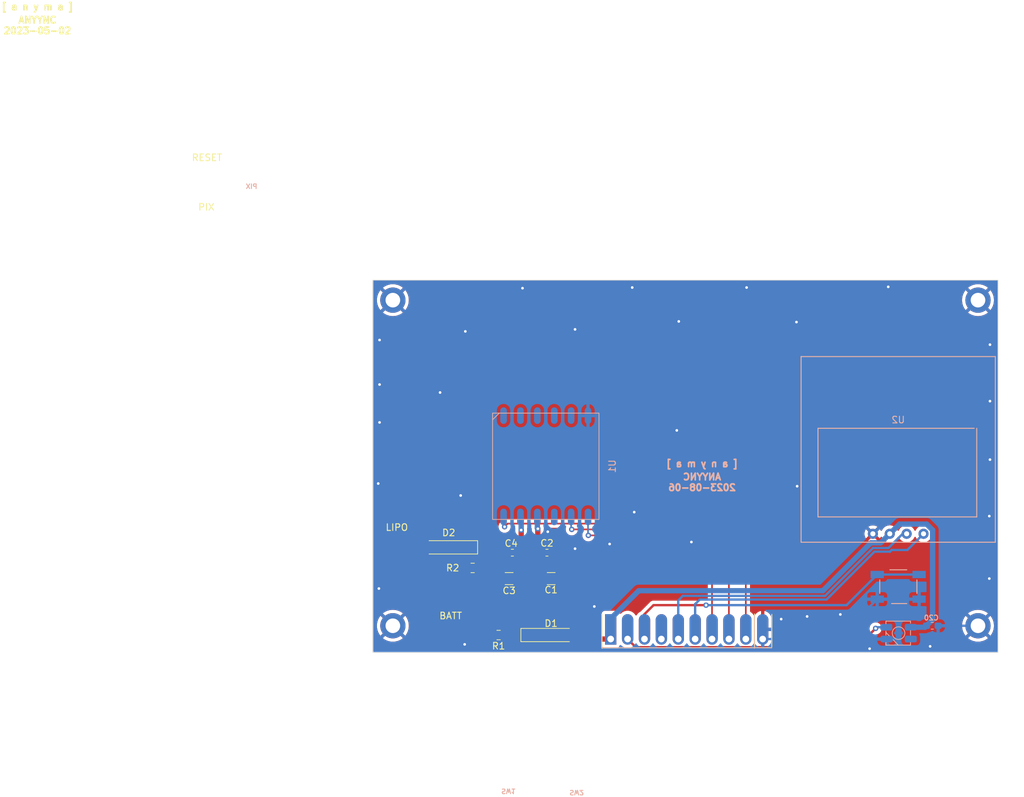
<source format=kicad_pcb>
(kicad_pcb (version 20221018) (generator pcbnew)
  (layers (0 "F.Cu" signal) (31 "B.Cu" signal) (34 "B.Paste" user) (35 "F.Paste" user) (36 "B.SilkS" user "B.Silkscreen") (37 "F.SilkS" user "F.Silkscreen") (38 "B.Mask" user) (39 "F.Mask" user) (44 "Edge.Cuts" user))
  (net 0 "")
  (net 1 "Net-(BT1-+)")
  (net 2 "GND")
  (net 9 "+3V3")
  (net 10 "/sda")
  (net 11 "/scl")
  (net 13 "Net-(D1-K)")
  (net 14 "/pix")
  (net 15 "/rx1")
  (net 16 "/tx1")
  (net 17 "/1pps")
  (net 18 "/spare")
  (net 19 "/gps_rst")
  (net 20 "Net-(D2-K)")
  (net 21 "Net-(D2-A)")
  (footprint "synkie_footprints:C_1206_3216Metric_Pad1.42x1.75mm_HandSolder" (layer "F.Cu") (at 143.8125 141.9)
    (fp_text reference "C1" (at -0.0125 1.7) (layer "F.SilkS"))
    (fp_text value "10u")
    (fp_line (start -0.602064 -0.91) (end 0.602064 -0.91) (stroke (width 0.12)) (layer "F.SilkS"))
    (fp_line (start -0.602064 0.91) (end 0.602064 0.91) (stroke (width 0.12)) (layer "F.SilkS"))
    (pad "1" smd roundrect (at -1.4875 0) (size 1.425 1.75) (layers "F.Cu" "F.Paste" "F.Mask") (roundrect_rratio 0.1754392982) (net 9 "+3V3"))
    (pad "2" smd roundrect (at 1.4875 0) (size 1.425 1.75) (layers "F.Cu" "F.Paste" "F.Mask") (roundrect_rratio 0.1754392982) (net 2 "GND"))
  )
  (footprint "MountingHole:MountingHole_2.2mm_M2_DIN965_Pad" (layer "F.Cu") (at 208 100)
    (fp_text reference "H2" hide)
    (fp_text value "MountingHole_Pad")
    (pad "1" thru_hole circle (at 0 0) (size 3.8 3.8) (drill 2.2) (layers "*.Cu" "*.Mask") (net 2 "GND"))
  )
  (footprint "anyma_footprints:smd-1pin" (layer "F.Cu") (at 123.74 137.2 90)
    (fp_text reference "J1" hide)
    (fp_text value "LIPO")
    (pad "1" smd roundrect (at 0 -2.54 90) (size 3 1.65) (layers "F.Cu" "F.Paste" "F.Mask") (net 21 "Net-(D2-A)"))
  )
  (footprint "synkie_footprints:C_0603_1608Metric_Pad1.05x0.95mm_HandSolder" (layer "F.Cu") (at 137.975 138 180)
    (fp_text reference "C4" (at 0.175 1.4) (layer "F.SilkS"))
    (fp_text value "100n")
    (fp_line (start -0.171267 -0.51) (end 0.171267 -0.51) (stroke (width 0.12)) (layer "F.SilkS"))
    (fp_line (start -0.171267 0.51) (end 0.171267 0.51) (stroke (width 0.12)) (layer "F.SilkS"))
    (pad "1" smd roundrect (at -0.875 0 180) (size 1.05 0.95) (layers "F.Cu" "F.Paste" "F.Mask") (net 1 "Net-(BT1-+)"))
    (pad "2" smd roundrect (at 0.875 0 180) (size 1.05 0.95) (layers "F.Cu" "F.Paste" "F.Mask") (net 2 "GND"))
  )
  (footprint "MountingHole:MountingHole_2.2mm_M2_DIN965_Pad" (layer "F.Cu") (at 120 100)
    (fp_text reference "H4" hide)
    (fp_text value "MountingHole_Pad")
    (pad "1" thru_hole circle (at 0 0) (size 3.8 3.8) (drill 2.2) (layers "*.Cu" "*.Mask") (net 2 "GND"))
  )
  (footprint "MountingHole:MountingHole_2.2mm_M2_DIN965_Pad" (layer "F.Cu") (at 208 149)
    (fp_text reference "H1" hide)
    (fp_text value "MountingHole_Pad")
    (pad "1" thru_hole circle (at 0 0) (size 3.8 3.8) (drill 2.2) (layers "*.Cu" "*.Mask") (net 2 "GND"))
  )
  (footprint "MountingHole:MountingHole_2.2mm_M2_DIN965_Pad" (layer "F.Cu") (at 120 149)
    (fp_text reference "H3" hide)
    (fp_text value "MountingHole_Pad")
    (pad "1" thru_hole circle (at 0 0) (size 3.8 3.8) (drill 2.2) (layers "*.Cu" "*.Mask") (net 2 "GND"))
  )
  (footprint "anyma_footprints:smd-2pin" (layer "F.Cu") (at 128 144 -90)
    (fp_text reference "BT1" hide)
    (fp_text value "Battery_Cell")
    (pad "1" smd roundrect (at 0 -1.778 270) (size 3 1.6) (layers "F.Cu" "F.Paste" "F.Mask") (net 1 "Net-(BT1-+)"))
    (pad "2" smd roundrect (at 0 0.508 270) (size 3 1.6) (layers "F.Cu" "F.Paste" "F.Mask") (net 2 "GND"))
  )
  (footprint "synkie_footprints:D_MiniMELF_Handsoldering" (layer "F.Cu") (at 128.2 137.2 180)
    (fp_text reference "D2" (at -0.2 2.2) (layer "F.SilkS"))
    (fp_text value "D")
    (fp_line (start -4.55 -1) (end -4.55 1) (stroke (width 0.12)) (layer "F.SilkS"))
    (fp_line (start -4.55 1) (end 2.75 1) (stroke (width 0.12)) (layer "F.SilkS"))
    (fp_line (start 2.75 -1) (end -4.55 -1) (stroke (width 0.12)) (layer "F.SilkS"))
    (pad "1" smd rect (at -2.75 0 180) (size 3.3 1.7) (layers "F.Cu" "F.Paste" "F.Mask") (net 20 "Net-(D2-K)"))
    (pad "2" smd rect (at 2.75 0 180) (size 3.3 1.7) (layers "F.Cu" "F.Paste" "F.Mask") (net 21 "Net-(D2-A)"))
  )
  (footprint "synkie_footprints:D_MiniMELF_Handsoldering" (layer "F.Cu") (at 143.8 150.4)
    (fp_text reference "D1" (at 0 -1.75) (layer "F.SilkS"))
    (fp_text value "D")
    (fp_line (start -4.55 -1) (end -4.55 1) (stroke (width 0.12)) (layer "F.SilkS"))
    (fp_line (start -4.55 1) (end 2.75 1) (stroke (width 0.12)) (layer "F.SilkS"))
    (fp_line (start 2.75 -1) (end -4.55 -1) (stroke (width 0.12)) (layer "F.SilkS"))
    (pad "1" smd rect (at -2.75 0) (size 3.3 1.7) (layers "F.Cu" "F.Paste" "F.Mask") (net 13 "Net-(D1-K)"))
    (pad "2" smd rect (at 2.75 0) (size 3.3 1.7) (layers "F.Cu" "F.Paste" "F.Mask") (net 9 "+3V3"))
  )
  (footprint "synkie_footprints:C_0805_2012Metric_Pad1.15x1.40mm_HandSolder" (layer "F.Cu") (at 135.9 150.4 180)
    (fp_text reference "R1" (at 0 -1.65) (layer "F.SilkS"))
    (fp_text value "1k")
    (fp_line (start -0.261252 -0.71) (end 0.261252 -0.71) (stroke (width 0.12)) (layer "F.SilkS"))
    (fp_line (start -0.261252 0.71) (end 0.261252 0.71) (stroke (width 0.12)) (layer "F.SilkS"))
    (pad "1" smd roundrect (at -1.025 0 180) (size 1.15 1.4) (layers "F.Cu" "F.Paste" "F.Mask") (roundrect_rratio 0.2173913043) (net 13 "Net-(D1-K)"))
    (pad "2" smd roundrect (at 1.025 0 180) (size 1.15 1.4) (layers "F.Cu" "F.Paste" "F.Mask") (roundrect_rratio 0.2173913043) (net 1 "Net-(BT1-+)"))
  )
  (footprint "synkie_footprints:C_1206_3216Metric_Pad1.42x1.75mm_HandSolder" (layer "F.Cu") (at 137.4875 141.9 180)
    (fp_text reference "C3" (at 0 -1.82) (layer "F.SilkS"))
    (fp_text value "4u7")
    (fp_line (start -0.602064 -0.91) (end 0.602064 -0.91) (stroke (width 0.12)) (layer "F.SilkS"))
    (fp_line (start -0.602064 0.91) (end 0.602064 0.91) (stroke (width 0.12)) (layer "F.SilkS"))
    (pad "1" smd roundrect (at -1.4875 0 180) (size 1.425 1.75) (layers "F.Cu" "F.Paste" "F.Mask") (roundrect_rratio 0.1754392982) (net 1 "Net-(BT1-+)"))
    (pad "2" smd roundrect (at 1.4875 0 180) (size 1.425 1.75) (layers "F.Cu" "F.Paste" "F.Mask") (roundrect_rratio 0.1754392982) (net 2 "GND"))
  )
  (footprint "synkie_footprints:C_0805_2012Metric_Pad1.15x1.40mm_HandSolder" (layer "F.Cu") (at 132 140.3)
    (fp_text reference "R2" (at -3 0) (layer "F.SilkS"))
    (fp_text value "1k")
    (fp_line (start -0.261252 -0.71) (end 0.261252 -0.71) (stroke (width 0.12)) (layer "F.SilkS"))
    (fp_line (start -0.261252 0.71) (end 0.261252 0.71) (stroke (width 0.12)) (layer "F.SilkS"))
    (pad "1" smd roundrect (at -1.025 0) (size 1.15 1.4) (layers "F.Cu" "F.Paste" "F.Mask") (roundrect_rratio 0.2173913043) (net 20 "Net-(D2-K)"))
    (pad "2" smd roundrect (at 1.025 0) (size 1.15 1.4) (layers "F.Cu" "F.Paste" "F.Mask") (roundrect_rratio 0.2173913043) (net 1 "Net-(BT1-+)"))
  )
  (footprint "synkie_footprints:C_0603_1608Metric_Pad1.05x0.95mm_HandSolder" (layer "F.Cu") (at 143.175 138)
    (fp_text reference "C2" (at 0 -1.43) (layer "F.SilkS"))
    (fp_text value "100n")
    (fp_line (start -0.171267 -0.51) (end 0.171267 -0.51) (stroke (width 0.12)) (layer "F.SilkS"))
    (fp_line (start -0.171267 0.51) (end 0.171267 0.51) (stroke (width 0.12)) (layer "F.SilkS"))
    (pad "1" smd roundrect (at -0.875 0) (size 1.05 0.95) (layers "F.Cu" "F.Paste" "F.Mask") (net 9 "+3V3"))
    (pad "2" smd roundrect (at 0.875 0) (size 1.05 0.95) (layers "F.Cu" "F.Paste" "F.Mask") (net 2 "GND"))
  )
  (footprint "synkie_footprints:C_0603_1608Metric_Pad1.05x0.95mm_HandSolder" (layer "B.Cu") (at 201.125 149)
    (fp_text reference "C20" (at -0.15 -1.2) (layer "B.SilkS") (effects (font (size 0.75 0.75)) (justify mirror)))
    (fp_text value "100n")
    (fp_line (start -0.171267 -0.51) (end 0.171267 -0.51) (stroke (width 0.12)) (layer "B.SilkS"))
    (fp_line (start -0.171267 0.51) (end 0.171267 0.51) (stroke (width 0.12)) (layer "B.SilkS"))
    (pad "1" smd roundrect (at -0.875 0) (size 1.05 0.95) (layers "B.Cu" "B.Paste" "B.Mask") (net 9 "+3V3"))
    (pad "2" smd roundrect (at 0.875 0) (size 1.05 0.95) (layers "B.Cu" "B.Paste" "B.Mask") (net 2 "GND"))
  )
  (footprint "anyma_footprints:ComboPinhead_10" (layer "B.Cu") (at 152.76 151 -90)
    (fp_text reference "J10" hide)
    (fp_text value "gps")
    (fp_line (start -3.8 1.35) (end 1.3 1.35) (stroke (width 0.12)) (layer "B.SilkS"))
    (fp_line (start -3.6 -21.6) (end 1.4 -21.6) (stroke (width 0.12)) (layer "B.SilkS"))
    (fp_line (start -3.55 -24.19) (end 1.33 -24.19) (stroke (width 0.12)) (layer "B.SilkS"))
    (fp_line (start 1.3 1.35) (end 1.33 -24.19) (stroke (width 0.12)) (layer "B.SilkS"))
    (fp_line (start 1.15 -24.24) (end -3.73 -24.24) (stroke (width 0.12)) (layer "F.SilkS"))
    (fp_line (start 1.2 -21.65) (end -3.8 -21.65) (stroke (width 0.12)) (layer "F.SilkS"))
    (fp_line (start 1.33 1.3) (end 1.3 -24.24) (stroke (width 0.12)) (layer "F.SilkS"))
    (fp_line (start 1.4 1.3) (end -3.7 1.3) (stroke (width 0.12)) (layer "F.SilkS"))
    (pad "1" thru_hole rect (at 0 0 270) (size 4.6 1.7) (drill 1 (offset -1.45 0)) (layers "*.Cu" "*.Mask") (net 9 "+3V3"))
    (pad "2" thru_hole oval (at 0 -2.54 270) (size 4.6 1.71) (drill 1 (offset -1.45 -0.005)) (layers "*.Cu" "*.Mask") (net 14 "/pix"))
    (pad "3" thru_hole oval (at 0 -5.08 270) (size 4.6 1.71) (drill 1 (offset -1.45 -0.005)) (layers "*.Cu" "*.Mask") (net 18 "/spare"))
    (pad "4" thru_hole oval (at 0 -7.62 270) (size 4.6 1.71) (drill 1 (offset -1.45 -0.005)) (layers "*.Cu" "*.Mask") (net 19 "/gps_rst"))
    (pad "5" thru_hole oval (at 0 -10.16 270) (size 4.6 1.71) (drill 1 (offset -1.45 -0.005)) (layers "*.Cu" "*.Mask") (net 11 "/scl"))
    (pad "6" thru_hole oval (at 0 -12.7 270) (size 4.6 1.71) (drill 1 (offset -1.45 -0.005)) (layers "*.Cu" "*.Mask") (net 10 "/sda"))
    (pad "7" thru_hole oval (at 0 -15.24 270) (size 4.6 1.71) (drill 1 (offset -1.45 -0.005)) (layers "*.Cu" "*.Mask") (net 15 "/rx1"))
    (pad "8" thru_hole oval (at 0 -17.78 270) (size 4.6 1.71) (drill 1 (offset -1.45 -0.005)) (layers "*.Cu" "*.Mask") (net 16 "/tx1"))
    (pad "9" thru_hole oval (at 0 -20.32 270) (size 4.6 1.71) (drill 1 (offset -1.45 -0.005)) (layers "*.Cu" "*.Mask") (net 17 "/1pps"))
    (pad "10" thru_hole oval (at 0 -22.86 270) (size 4.6 1.71) (drill 1 (offset -1.45 -0.005)) (layers "*.Cu" "*.Mask") (net 2 "GND"))
  )
  (footprint "synkie_footprints:Alps_Tactile_Switch" (layer "B.Cu") (at 196.028 143.1 180)
    (fp_text reference "SW2" hide)
    (fp_text value "reset")
    (fp_line (start -2.784 0.998) (end -2.784 -1.034) (stroke (width 0.15)) (layer "B.SilkS"))
    (fp_line (start -1.26 -2.558) (end 1.026 -2.558) (stroke (width 0.15)) (layer "B.SilkS"))
    (fp_line (start -1.26 2.522) (end 1.28 2.522) (stroke (width 0.15)) (layer "B.SilkS"))
    (fp_line (start 2.804 0.998) (end 2.804 -1.034) (stroke (width 0.15)) (layer "B.SilkS"))
    (pad "1" smd rect (at -3.115 1.81 180) (size 2 1.1) (layers "B.Cu" "B.Paste" "B.Mask") (net 18 "/spare"))
    (pad "1" smd rect (at 3.185 1.81 180) (size 2 1.1) (layers "B.Cu" "B.Paste" "B.Mask") (net 18 "/spare"))
    (pad "2" smd rect (at -3.115 -1.9 180) (size 2 1.1) (layers "B.Cu" "B.Paste" "B.Mask") (net 2 "GND"))
    (pad "2" smd rect (at 3.185 -1.9 180) (size 2 1.1) (layers "B.Cu" "B.Paste" "B.Mask") (net 2 "GND"))
  )
  (footprint "synkie_footprints:Bangood_I2C_Display" (layer "B.Cu") (at 196.635 125)
    (fp_text reference "U2" (at -0.635 -6.985) (layer "B.SilkS") (effects (justify mirror)))
    (fp_text value "i2c-display128x32")
    (fp_line (start -15.24 -16.51) (end -15.24 11.43) (stroke (width 0.15)) (layer "B.SilkS"))
    (fp_line (start -15.24 11.43) (end 13.97 11.43) (stroke (width 0.15)) (layer "B.SilkS"))
    (fp_line (start -12.7 -5.715) (end -12.7 7.62) (stroke (width 0.15)) (layer "B.SilkS"))
    (fp_line (start -12.7 7.62) (end 11.176 7.62) (stroke (width 0.15)) (layer "B.SilkS"))
    (fp_line (start 10.795 -5.715) (end -12.7 -5.715) (stroke (width 0.15)) (layer "B.SilkS"))
    (fp_line (start 11.176 7.62) (end 11.176 -5.715) (stroke (width 0.15)) (layer "B.SilkS"))
    (fp_line (start 13.97 -16.51) (end -15.24 -16.51) (stroke (width 0.15)) (layer "B.SilkS"))
    (fp_line (start 13.97 11.43) (end 13.97 -16.51) (stroke (width 0.15)) (layer "B.SilkS"))
    (pad "1" thru_hole circle (at -4.445 10.16) (size 1.524 1.524) (drill 0.762) (layers "*.Cu" "*.Mask") (net 2 "GND"))
    (pad "2" thru_hole circle (at -1.905 10.16) (size 1.524 1.524) (drill 0.762) (layers "*.Cu" "*.Mask") (net 9 "+3V3"))
    (pad "3" thru_hole circle (at 0.635 10.16) (size 1.524 1.524) (drill 0.762) (layers "*.Cu" "*.Mask") (net 11 "/scl"))
    (pad "4" thru_hole circle (at 3.175 10.16) (size 1.524 1.524) (drill 0.762) (layers "*.Cu" "*.Mask") (net 10 "/sda"))
  )
  (footprint "Anyma06:SK6812-MINI-HS" (layer "B.Cu") (at 196.05 150.11 180)
    (fp_text reference "D3" hide)
    (fp_text value "SK6812MINI")
    (fp_line (start -1.8 -1.8) (end 1.9 -1.8) (stroke (width 0.12)) (layer "B.SilkS"))
    (fp_line (start -1.8 -1.4) (end -1.8 -1.8) (stroke (width 0.12)) (layer "B.SilkS"))
    (fp_line (start -1.8 0.4) (end -1.8 -0.3) (stroke (width 0.12)) (layer "B.SilkS"))
    (fp_line (start -1.8 1.5) (end -1.8 1.8) (stroke (width 0.12)) (layer "B.SilkS"))
    (fp_line (start -1.8 1.8) (end 1.9 1.8) (stroke (width 0.12)) (layer "B.SilkS"))
    (fp_line (start 0.8 -1) (end 0.05 -1.8) (stroke (width 0.12)) (layer "B.SilkS"))
    (fp_line (start 1.9 -1.8) (end 1.9 -1.4) (stroke (width 0.12)) (layer "B.SilkS"))
    (fp_line (start 1.9 0.1) (end 1.4 -0.4) (stroke (width 0.12)) (layer "B.SilkS"))
    (fp_line (start 1.9 0.3) (end 1.9 -0.3) (stroke (width 0.12)) (layer "B.SilkS"))
    (fp_line (start 1.9 1.8) (end 1.9 1.4) (stroke (width 0.12)) (layer "B.SilkS"))
    (fp_circle (center 0 0) (end 0.9 -0.3) (stroke (width 0.12)) (fill none) (layer "B.SilkS"))
    (pad "1" smd roundrect (at -1.84 -0.89 180) (size 1.8 1) (layers "B.Cu" "B.Paste" "B.Mask"))
    (pad "2" smd roundrect (at 1.8 -0.89 180) (size 1.8 1) (layers "B.Cu" "B.Paste" "B.Mask") (net 2 "GND"))
    (pad "3" smd roundrect (at 1.84 0.89 180) (size 1.8 1) (layers "B.Cu" "B.Paste" "B.Mask") (net 14 "/pix"))
    (pad "4" smd roundrect (at -1.84 0.89 180) (size 1.8 1) (layers "B.Cu" "B.Paste" "B.Mask") (net 9 "+3V3"))
  )
  (footprint "Anyma06:L80-M39" (layer "B.Cu") (at 143 125 -90)
    (fp_text reference "U1" (at 0 -10 90 unlocked) (layer "B.SilkS") (effects (justify mirror)))
    (fp_text value "L80-M39")
    (fp_line (start -8 7) (end -7 8) (stroke (width 0.12)) (layer "B.SilkS"))
    (fp_rect (start -8 8) (end 8 -8) (stroke (width 0.12)) (fill none) (layer "B.SilkS"))
    (pad "1" smd roundrect (at 7.62 -6.35 270) (size 2.5 1) (layers "B.Cu" "B.Paste" "B.Mask") (roundrect_rratio 0.5) (net 15 "/rx1"))
    (pad "2" smd roundrect (at 7.62 -3.81 270) (size 2.5 1) (layers "B.Cu" "B.Paste" "B.Mask") (roundrect_rratio 0.5) (net 16 "/tx1"))
    (pad "3" smd roundrect (at 7.62 -1.27 270) (size 2.5 1) (layers "B.Cu" "B.Paste" "B.Mask") (roundrect_rratio 0.5))
    (pad "4" smd roundrect (at 7.62 1.27 270) (size 2.5 1) (layers "B.Cu" "B.Paste" "B.Mask") (roundrect_rratio 0.5) (net 9 "+3V3"))
    (pad "5" smd roundrect (at 7.62 3.81 270) (size 2.5 1) (layers "B.Cu" "B.Paste" "B.Mask") (roundrect_rratio 0.5) (net 1 "Net-(BT1-+)"))
    (pad "6" smd roundrect (at 7.62 6.35 270) (size 2.5 1) (layers "B.Cu" "B.Paste" "B.Mask") (roundrect_rratio 0.5) (net 17 "/1pps"))
    (pad "7" smd roundrect (at -7.62 6.35 270) (size 2.5 1) (layers "B.Cu" "B.Paste" "B.Mask") (roundrect_rratio 0.5))
    (pad "8" smd roundrect (at -7.62 3.81 270) (size 2.5 1) (layers "B.Cu" "B.Paste" "B.Mask") (roundrect_rratio 0.5))
    (pad "9" smd roundrect (at -7.62 1.27 270) (size 2.5 1) (layers "B.Cu" "B.Paste" "B.Mask") (roundrect_rratio 0.5))
    (pad "10" smd roundrect (at -7.62 -1.27 270) (size 2.5 1) (layers "B.Cu" "B.Paste" "B.Mask") (roundrect_rratio 0.5))
    (pad "11" smd roundrect (at -7.62 -3.81 270) (size 2.5 1) (layers "B.Cu" "B.Paste" "B.Mask") (roundrect_rratio 0.5))
    (pad "12" smd roundrect (at -7.62 -6.35 270) (size 2.5 1) (layers "B.Cu" "B.Paste" "B.Mask") (roundrect_rratio 0.5) (net 2 "GND"))
  )
  (gr_rect (start 117 97) (end 211 153) (stroke (width 0.1)) (fill none) (layer "Edge.Cuts"))
  (gr_text "PIX" (at 98.75 82.894) (layer "B.SilkS") (effects (font (size 0.7 0.7)) (justify mirror)))
  (gr_text "SW2" (at 147.645 174.0875 180) (layer "B.SilkS") (effects (font (size 0.7 0.7)) (justify mirror)))
  (gr_text "ANYYNC\n2023-08-06" (at 166.5 127.4) (layer "B.SilkS") (effects (font (size 1 1) (thickness 0.25)) (justify mirror)))
  (gr_text "[ a n y m a ]" (at 166.5 124.606) (layer "B.SilkS") (effects (font (size 1 1) (thickness 0.25)) (justify mirror)))
  (gr_text "SW1" (at 137.395 173.8875 180) (layer "B.SilkS") (effects (font (size 0.7 0.7)) (justify mirror)))
  (gr_text "BATT\n" (at 128.7 147.5) (layer "F.SilkS") (effects (font (size 1 1))))
  (gr_text "PIX" (at 91.95 86) (layer "F.SilkS") (effects (font (size 1 1))))
  (gr_text "ANYYNC\n2023-05-02" (at 66.55 58.65) (layer "F.SilkS") (effects (font (size 1 1) (thickness 0.25))))
  (gr_text "RESET" (at 92.05 78.55) (layer "F.SilkS") (effects (font (size 1 1))))
  (gr_text "[ a n y m a ]" (at 66.55 55.856) (layer "F.SilkS") (effects (font (size 1 1) (thickness 0.25))))
  (gr_text "LIPO" (at 120.6 134.2) (layer "F.SilkS") (effects (font (size 1 1))))
  (segment (start 133.025 143.975) (end 133 144) (width 0.8) (layer "F.Cu") (net 1))
  (segment (start 134.5 144) (end 138 144) (width 0.8) (layer "F.Cu") (net 1))
  (segment (start 133.025 140.3) (end 133.025 143.975) (width 0.8) (layer "F.Cu") (net 1))
  (segment (start 133 144) (end 134.5 144) (width 0.8) (layer "F.Cu") (net 1))
  (segment (start 134.875 150.4) (end 134.875 144.375) (width 0.8) (layer "F.Cu") (net 1))
  (segment (start 129.778 144) (end 133 144) (width 0.8) (layer "F.Cu") (net 1))
  (segment (start 139.3 142.7) (end 139.3 134.6) (width 0.8) (layer "F.Cu") (net 1))
  (segment (start 138 144) (end 139.3 142.7) (width 0.8) (layer "F.Cu") (net 1))
  (segment (start 134.875 144.375) (end 134.5 144) (width 0.8) (layer "F.Cu") (net 1))
  (via (at 139.3 134.6) (size 0.8) (drill 0.4) (layers "F.Cu" "B.Cu") (net 1))
  (segment (start 139.3 132.73) (end 139.19 132.62) (width 0.8) (layer "B.Cu") (net 1))
  (segment (start 139.3 134.6) (end 139.3 132.73) (width 0.8) (layer "B.Cu") (net 1))
  (via (at 118 112.7) (size 0.8) (drill 0.4) (layers "F.Cu" "B.Cu") (net 2))
  (via (at 209.7 132.5) (size 0.8) (drill 0.4) (layers "F.Cu" "B.Cu") (net 2))
  (via (at 117.9 143.4) (size 0.8) (drill 0.4) (layers "F.Cu" "B.Cu") (net 2))
  (via (at 127.1 113.9) (size 0.8) (drill 0.4) (layers "F.Cu" "B.Cu") (net 2))
  (via (at 117.8 127.6) (size 0.8) (drill 0.4) (layers "F.Cu" "B.Cu") (net 2))
  (via (at 118 106) (size 0.8) (drill 0.4) (layers "F.Cu" "B.Cu") (net 2))
  (via (at 164.9 136.4) (size 0.8) (drill 0.4) (layers "F.Cu" "B.Cu") (net 2))
  (via (at 200.8 152.1) (size 0.8) (drill 0.4) (layers "F.Cu" "B.Cu") (net 2))
  (via (at 147.4 104.4) (size 0.8) (drill 0.4) (layers "F.Cu" "B.Cu") (net 2))
  (via (at 143.3 134.85) (size 0.8) (drill 0.4) (layers "F.Cu" "B.Cu") (net 2))
  (via (at 156 98.1) (size 0.8) (drill 0.4) (layers "F.Cu" "B.Cu") (net 2))
  (via (at 194.5 98) (size 0.8) (drill 0.4) (layers "F.Cu" "B.Cu") (net 2))
  (via (at 180.7 103.3) (size 0.8) (drill 0.4) (layers "F.Cu" "B.Cu") (net 2))
  (via (at 209.7 141.9) (size 0.8) (drill 0.4) (layers "F.Cu" "B.Cu") (net 2))
  (via (at 209.8 106.7) (size 0.8) (drill 0.4) (layers "F.Cu" "B.Cu") (net 2))
  (via (at 209.8 124) (size 0.8) (drill 0.4) (layers "F.Cu" "B.Cu") (net 2))
  (via (at 139.5 98.2) (size 0.8) (drill 0.4) (layers "F.Cu" "B.Cu") (net 2))
  (via (at 173.2 98.1) (size 0.8) (drill 0.4) (layers "F.Cu" "B.Cu") (net 2))
  (via (at 182.3 147.6) (size 0.8) (drill 0.4) (layers "F.Cu" "B.Cu") (net 2))
  (via (at 162.7 119.6) (size 0.8) (drill 0.4) (layers "F.Cu" "B.Cu") (net 2))
  (via (at 180.8 128) (size 0.8) (drill 0.4) (layers "F.Cu" "B.Cu") (net 2))
  (via (at 130.8 151.8) (size 0.8) (drill 0.4) (layers "F.Cu" "B.Cu") (net 2))
  (via (at 130.9 104.7) (size 0.8) (drill 0.4) (layers "F.Cu" "B.Cu") (net 2))
  (via (at 163 103.2) (size 0.8) (drill 0.4) (layers "F.Cu" "B.Cu") (net 2))
  (via (at 187.3 147.3) (size 0.8) (drill 0.4) (layers "F.Cu" "B.Cu") (net 2))
  (via (at 130.2 129.4) (size 0.8) (drill 0.4) (layers "F.Cu" "B.Cu") (net 2))
  (via (at 178.4 148) (size 0.8) (drill 0.4) (layers "F.Cu" "B.Cu") (net 2))
  (via (at 191.7 152.45) (size 0.8) (drill 0.4) (layers "F.Cu" "B.Cu") (net 2))
  (via (at 118 118.4) (size 0.8) (drill 0.4) (layers "F.Cu" "B.Cu") (net 2))
  (via (at 152.6 136.7) (size 0.8) (drill 0.4) (layers "F.Cu" "B.Cu") (net 2))
  (via (at 150.3 146.1) (size 0.8) (drill 0.4) (layers "F.Cu" "B.Cu") (net 2))
  (via (at 209.8 115.2) (size 0.8) (drill 0.4) (layers "F.Cu" "B.Cu") (net 2))
  (via (at 147.4 137.4) (size 0.8) (drill 0.4) (layers "F.Cu" "B.Cu") (net 2))
  (via (at 156.3 131.9) (size 0.8) (drill 0.4) (layers "F.Cu" "B.Cu") (net 2))
  (segment (start 186.843 151) (end 175.62 151) (width 0.35) (layer "B.Cu") (net 2))
  (segment (start 202 149) (end 208 149) (width 0.35) (layer "B.Cu") (net 2))
  (segment (start 200.8 152.1) (end 204.9 152.1) (width 0.35) (layer "B.Cu") (net 2))
  (segment (start 194.8 152.1) (end 200.8 152.1) (width 0.35) (layer "B.Cu") (net 2))
  (segment (start 192.843 145) (end 186.843 151) (width 0.35) (layer "B.Cu") (net 2))
  (segment (start 194.25 151) (end 194.25 151.55) (width 0.35) (layer "B.Cu") (net 2))
  (segment (start 204.9 152.1) (end 208 149) (width 0.35) (layer "B.Cu") (net 2))
  (segment (start 194.25 151.55) (end 194.8 152.1) (width 0.35) (layer "B.Cu") (net 2))
  (segment (start 199.143 145) (end 192.843 145) (width 0.35) (layer "B.Cu") (net 2))
  (segment (start 147.15 151) (end 152.76 151) (width 0.8) (layer "F.Cu") (net 9))
  (segment (start 141.8 145.65) (end 147.15 151) (width 0.8) (layer "F.Cu") (net 9))
  (segment (start 141.8 134.4) (end 141.8 145.65) (width 0.8) (layer "F.Cu") (net 9))
  (via (at 141.8 134.4) (size 0.8) (drill 0.4) (layers "F.Cu" "B.Cu") (net 9))
  (segment (start 196.19 133.7) (end 194.73 135.16) (width 0.8) (layer "B.Cu") (net 9))
  (segment (start 201.172 148.078) (end 201.172 134.595841) (width 0.8) (layer "B.Cu") (net 9))
  (segment (start 152.76 147.94) (end 156.975 143.725) (width 0.8) (layer "B.Cu") (net 9))
  (segment (start 200.25 149) (end 201.172 148.078) (width 0.8) (layer "B.Cu") (net 9))
  (segment (start 184.675 143.725) (end 191.875 136.525) (width 0.8) (layer "B.Cu") (net 9))
  (segment (start 197.89 149.22) (end 200.03 149.22) (width 0.8) (layer "B.Cu") (net 9))
  (segment (start 191.875 136.525) (end 193.365 136.525) (width 0.8) (layer "B.Cu") (net 9))
  (segment (start 141.73 134.33) (end 141.8 134.4) (width 0.8) (layer "B.Cu") (net 9))
  (segment (start 200.03 149.22) (end 200.25 149) (width 0.8) (layer "B.Cu") (net 9))
  (segment (start 193.365 136.525) (end 194.73 135.16) (width 0.8) (layer "B.Cu") (net 9))
  (segment (start 201.172 134.595841) (end 200.276159 133.7) (width 0.8) (layer "B.Cu") (net 9))
  (segment (start 200.276159 133.7) (end 196.19 133.7) (width 0.8) (layer "B.Cu") (net 9))
  (segment (start 141.73 132.62) (end 141.73 134.33) (width 0.8) (layer "B.Cu") (net 9))
  (segment (start 152.76 151) (end 152.76 147.94) (width 0.8) (layer "B.Cu") (net 9))
  (segment (start 156.975 143.725) (end 184.675 143.725) (width 0.8) (layer "B.Cu") (net 9))
  (segment (start 195.010818 137.6) (end 194.760817 137.85) (width 0.35) (layer "B.Cu") (net 10))
  (segment (start 199.81 135.16) (end 197.37 137.6) (width 0.35) (layer "B.Cu") (net 10))
  (segment (start 185.227817 145.05) (end 166.15 145.05) (width 0.35) (layer "B.Cu") (net 10))
  (segment (start 192.427818 137.85) (end 185.227817 145.05) (width 0.35) (layer "B.Cu") (net 10))
  (segment (start 197.37 137.6) (end 195.010818 137.6) (width 0.35) (layer "B.Cu") (net 10))
  (segment (start 166.15 145.05) (end 165.46 145.74) (width 0.35) (layer "B.Cu") (net 10))
  (segment (start 165.46 145.74) (end 165.46 151) (width 0.35) (layer "B.Cu") (net 10))
  (segment (start 194.760817 137.85) (end 192.427818 137.85) (width 0.35) (layer "B.Cu") (net 10))
  (segment (start 194.533 137.3) (end 192.2 137.3) (width 0.35) (layer "B.Cu") (net 11))
  (segment (start 185 144.5) (end 163.6 144.5) (width 0.35) (layer "B.Cu") (net 11))
  (segment (start 196.673 135.16) (end 194.533 137.3) (width 0.35) (layer "B.Cu") (net 11))
  (segment (start 197.27 135.16) (end 196.673 135.16) (width 0.35) (layer "B.Cu") (net 11))
  (segment (start 163.6 144.5) (end 162.92 145.18) (width 0.35) (layer "B.Cu") (net 11))
  (segment (start 192.2 137.3) (end 185 144.5) (width 0.35) (layer "B.Cu") (net 11))
  (segment (start 162.92 145.18) (end 162.92 151) (width 0.35) (layer "B.Cu") (net 11))
  (segment (start 141.05 150.4) (end 136.925 150.4) (width 0.8) (layer "F.Cu") (net 13))
  (segment (start 192.6 149.4) (end 189.775 152.225) (width 0.35) (layer "F.Cu") (net 14))
  (segment (start 189.775 152.225) (end 156.525 152.225) (width 0.35) (layer "F.Cu") (net 14))
  (segment (start 156.525 152.225) (end 155.3 151) (width 0.35) (layer "F.Cu") (net 14))
  (via (at 192.6 149.4) (size 0.8) (drill 0.4) (layers "F.Cu" "B.Cu") (net 14))
  (segment (start 194.21 149.22) (end 192.78 149.22) (width 0.35) (layer "B.Cu") (net 14))
  (segment (start 192.78 149.22) (end 192.6 149.4) (width 0.35) (layer "B.Cu") (net 14))
  (segment (start 168 137.8) (end 168 151) (width 0.25) (layer "F.Cu") (net 15))
  (segment (start 149.4 135.4) (end 165.6 135.4) (width 0.25) (layer "F.Cu") (net 15))
  (segment (start 165.6 135.4) (end 168 137.8) (width 0.25) (layer "F.Cu") (net 15))
  (via (at 149.4 135.4) (size 0.8) (drill 0.4) (layers "F.Cu" "B.Cu") (net 15))
  (segment (start 149.35 135.35) (end 149.4 135.4) (width 0.25) (layer "B.Cu") (net 15))
  (segment (start 149.35 132.62) (end 149.35 135.35) (width 0.25) (layer "B.Cu") (net 15))
  (segment (start 146.9 134.5) (end 166.4 134.5) (width 0.25) (layer "F.Cu") (net 16))
  (segment (start 170.54 138.64) (end 170.54 151) (width 0.25) (layer "F.Cu") (net 16))
  (segment (start 166.4 134.5) (end 170.54 138.64) (width 0.25) (layer "F.Cu") (net 16))
  (via (at 146.9 134.5) (size 0.8) (drill 0.4) (layers "F.Cu" "B.Cu") (net 16))
  (segment (start 146.81 132.62) (end 146.81 134.41) (width 0.25) (layer "B.Cu") (net 16))
  (segment (start 146.81 134.41) (end 146.9 134.5) (width 0.25) (layer "B.Cu") (net 16))
  (segment (start 173.08 139.58) (end 173.08 151) (width 0.25) (layer "F.Cu") (net 17))
  (segment (start 137.275 133.625) (end 167.125 133.625) (width 0.25) (layer "F.Cu") (net 17))
  (segment (start 136.8 134.1) (end 137.275 133.625) (width 0.25) (layer "F.Cu") (net 17))
  (segment (start 167.125 133.625) (end 173.08 139.58) (width 0.25) (layer "F.Cu") (net 17))
  (via (at 136.8 134.1) (size 0.8) (drill 0.4) (layers "F.Cu" "B.Cu") (net 17))
  (segment (start 136.65 133.95) (end 136.8 134.1) (width 0.25) (layer "B.Cu") (net 17))
  (segment (start 136.65 132.62) (end 136.65 133.95) (width 0.25) (layer "B.Cu") (net 17))
  (segment (start 157.84 147.26) (end 157.84 151) (width 0.35) (layer "F.Cu") (net 18))
  (segment (start 167.1 145.9) (end 159.2 145.9) (width 0.35) (layer "F.Cu") (net 18))
  (segment (start 159.2 145.9) (end 157.84 147.26) (width 0.35) (layer "F.Cu") (net 18))
  (via (at 167.1 145.9) (size 0.8) (drill 0.4) (layers "F.Cu" "B.Cu") (net 18))
  (segment (start 188.233 145.9) (end 167.1 145.9) (width 0.35) (layer "B.Cu") (net 18))
  (segment (start 192.843 141.29) (end 188.233 145.9) (width 0.35) (layer "B.Cu") (net 18))
  (segment (start 199.143 141.29) (end 192.843 141.29) (width 0.35) (layer "B.Cu") (net 18))
  (segment (start 130.95 140.275) (end 130.975 140.3) (width 0.8) (layer "F.Cu") (net 20))
  (segment (start 130.95 137.2) (end 130.95 140.275) (width 0.8) (layer "F.Cu") (net 20))
  (segment (start 121.2 137.2) (end 125.45 137.2) (width 0.8) (layer "F.Cu") (net 21))
  (zone (net 2) (net_name "GND") (layers "F&B.Cu") (connect_pads (clearance 0.508)) (min_thickness 0.25) (fill yes (thermal_gap 0.5) (thermal_bridge_width 0.5))
    (polygon (pts (xy 115.7 95) (xy 211.3 95) (xy 211.9 153.8) (xy 115.3 154.8)))
  )
)
</source>
